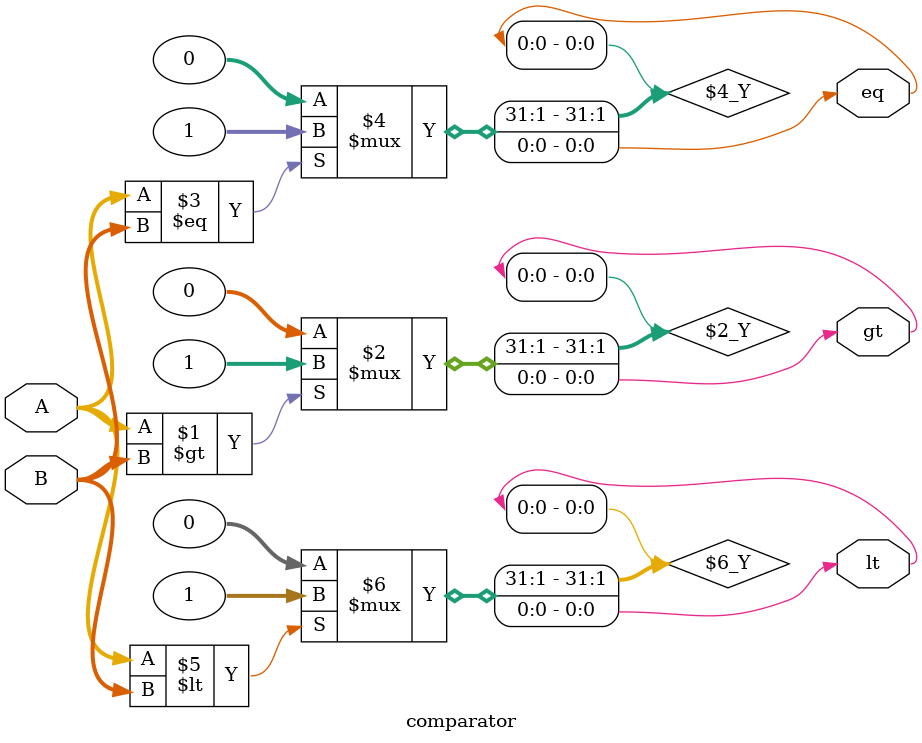
<source format=v>
`timescale 1ns / 1ps


module comparator(
input [15:0] A, B, output gt, eq, lt
    );
    assign gt= (A>B)? 1:0;
    assign eq= (A==B)? 1:0;
    assign lt= (A<B)? 1:0;
endmodule

</source>
